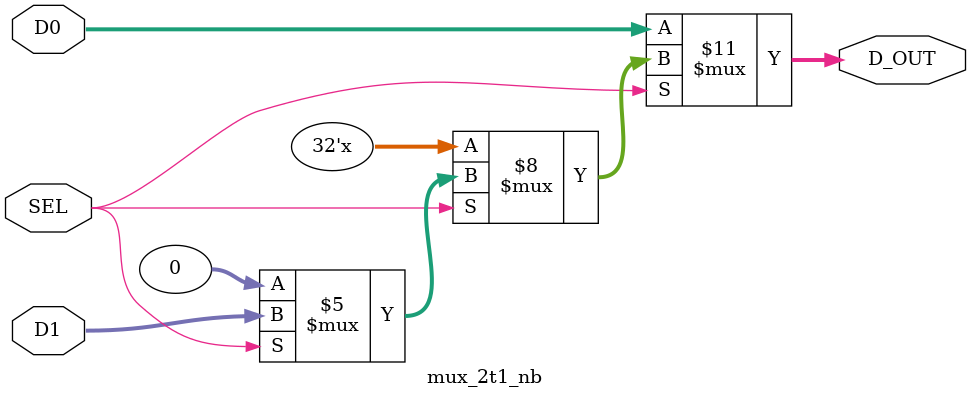
<source format=v>
`timescale 1ns / 1ps
`default_nettype none

   
 module mux_2t1_nb  #(parameter n=32) (
       input wire SEL,
       input wire [n-1:0] D0, 
       input wire [n-1:0] D1, 
       output reg [n-1:0] D_OUT ) ;  

        
       always @ (*)
       begin 
          if      (SEL == 1'b0)  D_OUT = D0;
          else if (SEL == 1'b1)  D_OUT = D1; 
          else                   D_OUT = 0; 
       end
                
endmodule

`default_nettype wire
   
</source>
